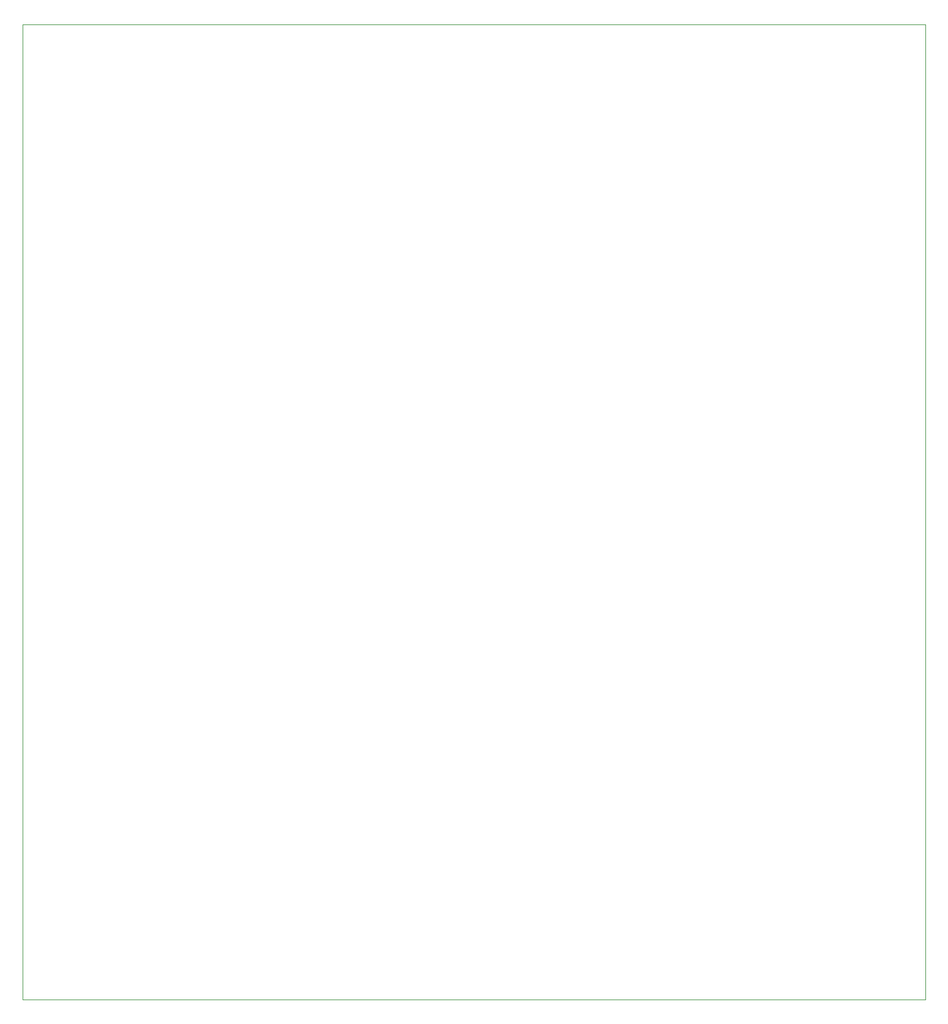
<source format=gm1>
%TF.GenerationSoftware,KiCad,Pcbnew,9.0.3*%
%TF.CreationDate,2025-12-27T22:41:26+05:30*%
%TF.ProjectId,STM32+ESP32,53544d33-322b-4455-9350-33322e6b6963,rev?*%
%TF.SameCoordinates,Original*%
%TF.FileFunction,Profile,NP*%
%FSLAX46Y46*%
G04 Gerber Fmt 4.6, Leading zero omitted, Abs format (unit mm)*
G04 Created by KiCad (PCBNEW 9.0.3) date 2025-12-27 22:41:26*
%MOMM*%
%LPD*%
G01*
G04 APERTURE LIST*
%TA.AperFunction,Profile*%
%ADD10C,0.050000*%
%TD*%
G04 APERTURE END LIST*
D10*
X150000000Y-165000000D02*
X275000000Y-165000000D01*
X275000000Y-300000000D01*
X150000000Y-300000000D01*
X150000000Y-165000000D01*
M02*

</source>
